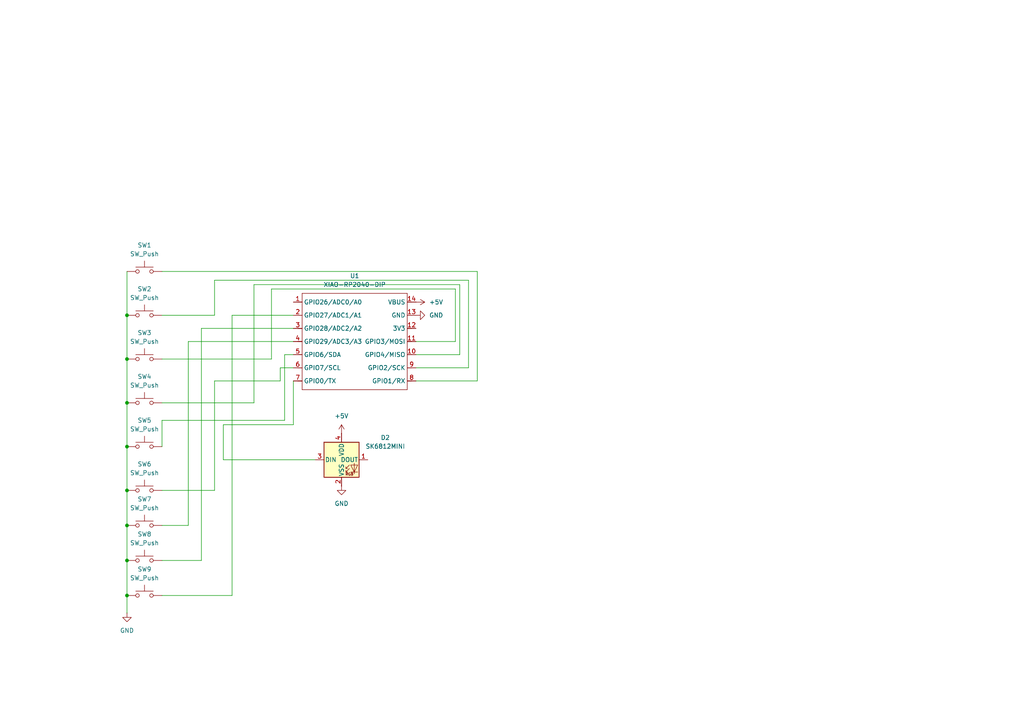
<source format=kicad_sch>
(kicad_sch (version 20250114) (generator "eeschema") (generator_version "9.0")
  (paper "A4")
  (lib_symbols
    (symbol "LED:SK6812MINI" (pin_names (offset 0.254))
      (property "Reference" "D" (at 5.08 5.715 0))
      (property "Value" "SK6812MINI" (at 1.27 -5.715 0))
      (symbol "SK6812MINI_0_0"
        (text "RGB" (at 2.286 -4.191 0) (effects (font (size 0.762 0.762))))
      )
      (symbol "SK6812MINI_0_1"
        (polyline (pts (xy 1.27 -2.54) (xy 1.778 -2.54)))
        (polyline (pts (xy 1.27 -3.556) (xy 1.778 -3.556)))
        (polyline (pts (xy 2.286 -1.524) (xy 1.27 -2.54) (xy 1.27 -2.032)))
        (polyline (pts (xy 2.286 -2.54) (xy 1.27 -3.556) (xy 1.27 -3.048)))
        (polyline (pts (xy 3.683 -1.016) (xy 3.683 -3.556) (xy 3.683 -4.064)))
        (polyline (pts (xy 4.699 -1.524) (xy 2.667 -1.524) (xy 3.683 -3.556) (xy 4.699 -1.524)))
        (polyline (pts (xy 4.699 -3.556) (xy 2.667 -3.556)))
        (rectangle (start 5.08 5.08) (end -5.08 -5.08) (stroke (width 0.254)) (fill (type background)))
      )
      (symbol "SK6812MINI_1_1"
        (pin input line (at -7.62 0 0) (length 2.54) (name "DIN") (number "3"))
        (pin power_in line (at 0 7.62 270) (length 2.54) (name "VDD") (number "4"))
        (pin power_in line (at 0 -7.62 90) (length 2.54) (name "VSS") (number "2"))
        (pin output line (at 7.62 0 180) (length 2.54) (name "DOUT") (number "1"))
      )
    )
    (symbol "ODL:XIAO-RP2040-DIP"
      (property "Reference" "U" (at 0 0 0))
      (property "Value" "XIAO-RP2040-DIP" (at 5.334 -1.778 0))
      (symbol "XIAO-RP2040-DIP_1_0"
        (polyline (pts (xy -1.27 -2.54) (xy 29.21 -2.54)) (stroke (width 0.1524)))
        (polyline (pts (xy -1.27 -5.08) (xy -2.54 -5.08)) (stroke (width 0.1524)))
        (polyline (pts (xy -1.27 -5.08) (xy -1.27 -2.54)) (stroke (width 0.1524)))
        (polyline (pts (xy -1.27 -8.89) (xy -2.54 -8.89)) (stroke (width 0.1524)))
        (polyline (pts (xy -1.27 -8.89) (xy -1.27 -5.08)) (stroke (width 0.1524)))
        (polyline (pts (xy -1.27 -12.7) (xy -2.54 -12.7)) (stroke (width 0.1524)))
        (polyline (pts (xy -1.27 -12.7) (xy -1.27 -8.89)) (stroke (width 0.1524)))
        (polyline (pts (xy -1.27 -16.51) (xy -2.54 -16.51)) (stroke (width 0.1524)))
        (polyline (pts (xy -1.27 -16.51) (xy -1.27 -12.7)) (stroke (width 0.1524)))
        (polyline (pts (xy -1.27 -20.32) (xy -2.54 -20.32)) (stroke (width 0.1524)))
        (polyline (pts (xy -1.27 -24.13) (xy -2.54 -24.13)) (stroke (width 0.1524)))
        (polyline (pts (xy -1.27 -27.94) (xy -2.54 -27.94)) (stroke (width 0.1524)))
        (polyline (pts (xy -1.27 -30.48) (xy -1.27 -16.51)) (stroke (width 0.1524)))
        (polyline (pts (xy 29.21 -2.54) (xy 29.21 -5.08)) (stroke (width 0.1524)))
        (polyline (pts (xy 29.21 -5.08) (xy 29.21 -8.89)) (stroke (width 0.1524)))
        (polyline (pts (xy 29.21 -8.89) (xy 29.21 -12.7)) (stroke (width 0.1524)))
        (polyline (pts (xy 29.21 -12.7) (xy 29.21 -30.48)) (stroke (width 0.1524)))
        (polyline (pts (xy 29.21 -30.48) (xy -1.27 -30.48)) (stroke (width 0.1524)))
        (polyline (pts (xy 30.48 -5.08) (xy 29.21 -5.08)) (stroke (width 0.1524)))
        (polyline (pts (xy 30.48 -8.89) (xy 29.21 -8.89)) (stroke (width 0.1524)))
        (polyline (pts (xy 30.48 -12.7) (xy 29.21 -12.7)) (stroke (width 0.1524)))
        (polyline (pts (xy 30.48 -16.51) (xy 29.21 -16.51)) (stroke (width 0.1524)))
        (polyline (pts (xy 30.48 -20.32) (xy 29.21 -20.32)) (stroke (width 0.1524)))
        (polyline (pts (xy 30.48 -24.13) (xy 29.21 -24.13)) (stroke (width 0.1524)))
        (polyline (pts (xy 30.48 -27.94) (xy 29.21 -27.94)) (stroke (width 0.1524)))
        (pin passive line (at -3.81 -5.08 0) (length 2.54) (name "GPIO26/ADC0/A0") (number "1"))
        (pin passive line (at -3.81 -8.89 0) (length 2.54) (name "GPIO27/ADC1/A1") (number "2"))
        (pin passive line (at -3.81 -12.7 0) (length 2.54) (name "GPIO28/ADC2/A2") (number "3"))
        (pin passive line (at -3.81 -16.51 0) (length 2.54) (name "GPIO29/ADC3/A3") (number "4"))
        (pin passive line (at -3.81 -20.32 0) (length 2.54) (name "GPIO6/SDA") (number "5"))
        (pin passive line (at -3.81 -24.13 0) (length 2.54) (name "GPIO7/SCL") (number "6"))
        (pin passive line (at -3.81 -27.94 0) (length 2.54) (name "GPIO0/TX") (number "7"))
        (pin passive line (at 31.75 -5.08 180) (length 2.54) (name "VBUS") (number "14"))
        (pin passive line (at 31.75 -8.89 180) (length 2.54) (name "GND") (number "13"))
        (pin passive line (at 31.75 -12.7 180) (length 2.54) (name "3V3") (number "12"))
        (pin passive line (at 31.75 -16.51 180) (length 2.54) (name "GPIO3/MOSI") (number "11"))
        (pin passive line (at 31.75 -20.32 180) (length 2.54) (name "GPIO4/MISO") (number "10"))
        (pin passive line (at 31.75 -24.13 180) (length 2.54) (name "GPIO2/SCK") (number "9"))
        (pin passive line (at 31.75 -27.94 180) (length 2.54) (name "GPIO1/RX") (number "8"))
      )
    )
    (symbol "Switch:SW_Push" (pin_numbers (hide yes)) (pin_names (offset 1.016) (hide yes))
      (property "Reference" "SW" (at 1.27 2.54 0))
      (property "Value" "SW_Push" (at 0 -1.524 0))
      (symbol "SW_Push_0_1"
        (circle (center -2.032 0) (radius 0.508))
        (polyline (pts (xy 0 1.27) (xy 0 3.048)))
        (circle (center 2.032 0) (radius 0.508))
        (polyline (pts (xy 2.54 1.27) (xy -2.54 1.27)))
        (pin passive line (at -5.08 0 0) (length 2.54) (name "1") (number "1"))
        (pin passive line (at 5.08 0 180) (length 2.54) (name "2") (number "2"))
      )
    )
    (symbol "power:+5V" (power) (pin_numbers (hide yes)) (pin_names (offset 0) (hide yes))
      (property "Value" "+5V" (at 0 3.556 0))
      (symbol "+5V_0_1"
        (polyline (pts (xy -0.762 1.27) (xy 0 2.54)))
        (polyline (pts (xy 0 2.54) (xy 0.762 1.27)))
        (polyline (pts (xy 0 0) (xy 0 2.54)))
      )
      (symbol "+5V_1_1"
        (pin power_in line (at 0 0 90) (length 0) (name "~") (number "1"))
      )
    )
    (symbol "power:GND" (power) (pin_numbers (hide yes)) (pin_names (offset 0) (hide yes))
      (property "Value" "GND" (at 0 -3.81 0))
      (symbol "GND_0_1"
        (polyline (pts (xy 0 0) (xy 0 -1.27) (xy 1.27 -1.27) (xy 0 -2.54) (xy -1.27 -1.27) (xy 0 -1.27)))
      )
      (symbol "GND_1_1"
        (pin power_in line (at 0 0 270) (length 0) (name "~") (number "1"))
      )
    )
  )
  (junction (at 36.83 142.24))
  (junction (at 36.83 129.54))
  (junction (at 36.83 152.4))
  (junction (at 36.83 91.44))
  (junction (at 36.83 162.56))
  (junction (at 36.83 116.84))
  (junction (at 36.83 172.72))
  (junction (at 36.83 104.14))
  (wire (pts (xy 36.83 162.56) (xy 36.83 172.72)))
  (wire (pts (xy 138.43 78.74) (xy 138.43 110.49)))
  (wire (pts (xy 132.08 99.06) (xy 120.65 99.06)))
  (wire (pts (xy 62.23 81.28) (xy 135.89 81.28)))
  (wire (pts (xy 62.23 91.44) (xy 62.23 81.28)))
  (wire (pts (xy 135.89 81.28) (xy 135.89 106.68)))
  (wire (pts (xy 67.31 172.72) (xy 67.31 91.44)))
  (wire (pts (xy 46.99 104.14) (xy 78.74 104.14)))
  (wire (pts (xy 62.23 142.24) (xy 62.23 110.49)))
  (wire (pts (xy 138.43 110.49) (xy 120.65 110.49)))
  (wire (pts (xy 81.28 106.68) (xy 85.09 106.68)))
  (wire (pts (xy 36.83 78.74) (xy 36.83 91.44)))
  (wire (pts (xy 64.77 133.35) (xy 91.44 133.35)))
  (wire (pts (xy 36.83 91.44) (xy 36.83 104.14)))
  (wire (pts (xy 36.83 104.14) (xy 36.83 116.84)))
  (wire (pts (xy 36.83 142.24) (xy 36.83 152.4)))
  (wire (pts (xy 62.23 110.49) (xy 81.28 110.49)))
  (wire (pts (xy 58.42 95.25) (xy 85.09 95.25)))
  (wire (pts (xy 64.77 123.19) (xy 85.09 123.19)))
  (wire (pts (xy 120.65 102.87) (xy 133.35 102.87)))
  (wire (pts (xy 46.99 142.24) (xy 62.23 142.24)))
  (wire (pts (xy 78.74 83.82) (xy 132.08 83.82)))
  (wire (pts (xy 73.66 82.55) (xy 133.35 82.55)))
  (wire (pts (xy 46.99 162.56) (xy 58.42 162.56)))
  (wire (pts (xy 36.83 129.54) (xy 36.83 142.24)))
  (wire (pts (xy 36.83 172.72) (xy 36.83 177.8)))
  (wire (pts (xy 36.83 152.4) (xy 36.83 162.56)))
  (wire (pts (xy 46.99 116.84) (xy 73.66 116.84)))
  (wire (pts (xy 46.99 78.74) (xy 138.43 78.74)))
  (wire (pts (xy 64.77 133.35) (xy 64.77 123.19)))
  (wire (pts (xy 135.89 106.68) (xy 120.65 106.68)))
  (wire (pts (xy 46.99 152.4) (xy 54.61 152.4)))
  (wire (pts (xy 46.99 172.72) (xy 67.31 172.72)))
  (wire (pts (xy 81.28 110.49) (xy 81.28 106.68)))
  (wire (pts (xy 85.09 123.19) (xy 85.09 110.49)))
  (wire (pts (xy 132.08 83.82) (xy 132.08 99.06)))
  (wire (pts (xy 54.61 152.4) (xy 54.61 99.06)))
  (wire (pts (xy 82.55 102.87) (xy 85.09 102.87)))
  (wire (pts (xy 46.99 91.44) (xy 62.23 91.44)))
  (wire (pts (xy 58.42 162.56) (xy 58.42 95.25)))
  (wire (pts (xy 78.74 104.14) (xy 78.74 83.82)))
  (wire (pts (xy 82.55 102.87) (xy 82.55 121.92)))
  (wire (pts (xy 73.66 116.84) (xy 73.66 82.55)))
  (wire (pts (xy 67.31 91.44) (xy 85.09 91.44)))
  (wire (pts (xy 36.83 116.84) (xy 36.83 129.54)))
  (wire (pts (xy 54.61 99.06) (xy 85.09 99.06)))
  (wire (pts (xy 46.99 121.92) (xy 46.99 129.54)))
  (wire (pts (xy 133.35 82.55) (xy 133.35 102.87)))
  (wire (pts (xy 46.99 121.92) (xy 82.55 121.92)))
  (symbol (lib_id "power:GND") (at 99.06 140.97 0) (unit 1)
    (property "Reference" "#PWR06" (effects (hide yes)))
    (property "Value" "GND" (at 99.06 146.05 0))
    (property "Description" "Power symbol creates a global label with name \"GND\" , ground" (effects (hide yes)))
  )
  (symbol (lib_id "Switch:SW_Push") (at 41.91 104.14 0) (unit 1)
    (property "Reference" "SW3" (at 41.91 96.52 0))
    (property "Value" "SW_Push" (at 41.91 99.06 0))
    (property "Footprint" "Button_Switch_Keyboard:SW_Cherry_MX_1.00u_PCB" (effects (hide yes)))
    (property "Description" "Push button switch, generic, two pins" (effects (hide yes)))
  )
  (symbol (lib_id "Switch:SW_Push") (at 41.91 152.4 0) (unit 1)
    (property "Reference" "SW7" (at 41.91 144.78 0))
    (property "Value" "SW_Push" (at 41.91 147.32 0))
    (property "Footprint" "Button_Switch_Keyboard:SW_Cherry_MX_1.00u_PCB" (effects (hide yes)))
    (property "Description" "Push button switch, generic, two pins" (effects (hide yes)))
  )
  (symbol (lib_id "power:+5V") (at 120.65 87.63 270) (unit 1)
    (property "Reference" "#PWR01" (effects (hide yes)))
    (property "Value" "+5V" (at 124.46 87.6299 90) (effects (justify left)))
    (property "Description" "Power symbol creates a global label with name \"+5V\"" (effects (hide yes)))
  )
  (symbol (lib_id "Switch:SW_Push") (at 41.91 116.84 0) (unit 1)
    (property "Reference" "SW4" (at 41.91 109.22 0))
    (property "Value" "SW_Push" (at 41.91 111.76 0))
    (property "Footprint" "Button_Switch_Keyboard:SW_Cherry_MX_1.00u_PCB" (effects (hide yes)))
    (property "Description" "Push button switch, generic, two pins" (effects (hide yes)))
  )
  (symbol (lib_id "Switch:SW_Push") (at 41.91 91.44 0) (unit 1)
    (property "Reference" "SW2" (at 41.91 83.82 0))
    (property "Value" "SW_Push" (at 41.91 86.36 0))
    (property "Footprint" "Button_Switch_Keyboard:SW_Cherry_MX_1.00u_PCB" (effects (hide yes)))
    (property "Description" "Push button switch, generic, two pins" (effects (hide yes)))
  )
  (symbol (lib_id "ODL:XIAO-RP2040-DIP") (at 88.9 82.55 0) (unit 1)
    (property "Reference" "U1" (at 102.87 80.01 0))
    (property "Value" "XIAO-RP2040-DIP" (at 102.87 82.55 0))
    (property "Footprint" "ODL:XIAO-RP2040-DIP" (effects (hide yes)))
  )
  (symbol (lib_id "LED:SK6812MINI") (at 99.06 133.35 0) (unit 1)
    (property "Reference" "D2" (at 111.76 126.9298 0))
    (property "Value" "SK6812MINI" (at 111.76 129.4698 0))
    (property "Footprint" "LED_SMD:LED_SK6812MINI_PLCC4_3.5x3.5mm_P1.75mm" (effects (hide yes)))
    (property "Datasheet" "https://cdn-shop.adafruit.com/product-files/2686/SK6812MINI_REV.01-1-2.pdf" (effects (hide yes)))
    (property "Description" "RGB LED with integrated controller" (effects (hide yes)))
  )
  (symbol (lib_id "Switch:SW_Push") (at 41.91 142.24 0) (unit 1)
    (property "Reference" "SW6" (at 41.91 134.62 0))
    (property "Value" "SW_Push" (at 41.91 137.16 0))
    (property "Footprint" "Button_Switch_Keyboard:SW_Cherry_MX_1.00u_PCB" (effects (hide yes)))
    (property "Description" "Push button switch, generic, two pins" (effects (hide yes)))
  )
  (symbol (lib_id "Switch:SW_Push") (at 41.91 129.54 0) (unit 1)
    (property "Reference" "SW5" (at 41.91 121.92 0))
    (property "Value" "SW_Push" (at 41.91 124.46 0))
    (property "Footprint" "Button_Switch_Keyboard:SW_Cherry_MX_1.00u_PCB" (effects (hide yes)))
    (property "Description" "Push button switch, generic, two pins" (effects (hide yes)))
  )
  (symbol (lib_id "Switch:SW_Push") (at 41.91 78.74 0) (unit 1)
    (property "Reference" "SW1" (at 41.91 71.12 0))
    (property "Value" "SW_Push" (at 41.91 73.66 0))
    (property "Footprint" "Button_Switch_Keyboard:SW_Cherry_MX_1.00u_PCB" (effects (hide yes)))
    (property "Description" "Push button switch, generic, two pins" (effects (hide yes)))
  )
  (symbol (lib_id "Switch:SW_Push") (at 41.91 172.72 0) (unit 1)
    (property "Reference" "SW9" (at 41.91 165.1 0))
    (property "Value" "SW_Push" (at 41.91 167.64 0))
    (property "Footprint" "Button_Switch_Keyboard:SW_Cherry_MX_1.00u_PCB" (effects (hide yes)))
    (property "Description" "Push button switch, generic, two pins" (effects (hide yes)))
  )
  (symbol (lib_id "Switch:SW_Push") (at 41.91 162.56 0) (unit 1)
    (property "Reference" "SW8" (at 41.91 154.94 0))
    (property "Value" "SW_Push" (at 41.91 157.48 0))
    (property "Footprint" "Button_Switch_Keyboard:SW_Cherry_MX_1.00u_PCB" (effects (hide yes)))
    (property "Description" "Push button switch, generic, two pins" (effects (hide yes)))
  )
  (symbol (lib_id "power:+5V") (at 99.06 125.73 0) (unit 1)
    (property "Reference" "#PWR02" (effects (hide yes)))
    (property "Value" "+5V" (at 99.06 120.65 0))
    (property "Description" "Power symbol creates a global label with name \"+5V\"" (effects (hide yes)))
  )
  (symbol (lib_id "power:GND") (at 120.65 91.44 90) (unit 1)
    (property "Reference" "#PWR03" (effects (hide yes)))
    (property "Value" "GND" (at 124.46 91.4399 90) (effects (justify right)))
    (property "Description" "Power symbol creates a global label with name \"GND\" , ground" (effects (hide yes)))
  )
  (symbol (lib_id "power:GND") (at 36.83 177.8 0) (unit 1)
    (property "Reference" "#PWR04" (effects (hide yes)))
    (property "Value" "GND" (at 36.83 182.88 0))
    (property "Description" "Power symbol creates a global label with name \"GND\" , ground" (effects (hide yes)))
  )
)
</source>
